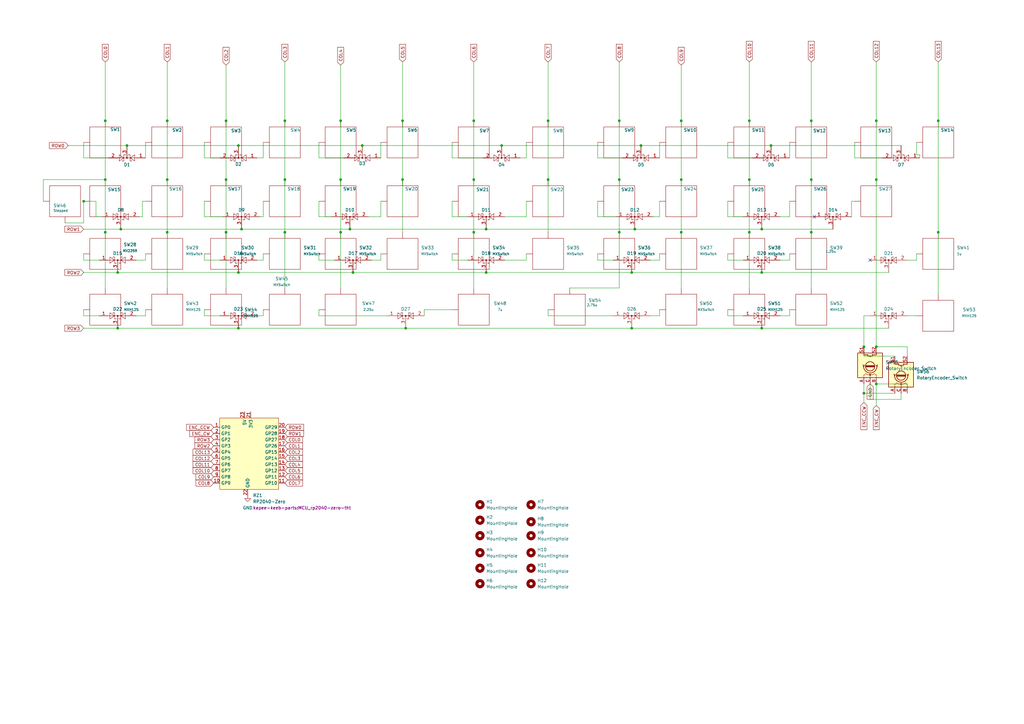
<source format=kicad_sch>
(kicad_sch (version 20250114) (generator "eeschema") (generator_version "9.0")
  (paper "A3")
  (lib_symbols
    (symbol "Device:RotaryEncoder_Switch" (pin_names (offset 0.254) (hide yes))
      (property "Reference" "SW" (at 0 6.604 0))
      (property "Value" "RotaryEncoder_Switch" (at 0 -6.604 0))
      (symbol "RotaryEncoder_Switch_0_1"
        (rectangle (start -5.08 5.08) (end 5.08 -5.08) (stroke (width 0.254)) (fill (type background)))
        (polyline (pts (xy -5.08 2.54) (xy -3.81 2.54) (xy -3.81 2.032)))
        (polyline (pts (xy -5.08 0) (xy -3.81 0) (xy -3.81 -1.016) (xy -3.302 -2.032)))
        (polyline (pts (xy -5.08 -2.54) (xy -3.81 -2.54) (xy -3.81 -2.032)))
        (polyline (pts (xy -4.318 0) (xy -3.81 0) (xy -3.81 1.016) (xy -3.302 2.032)))
        (circle (center -3.81 0) (radius 0.254) (fill (type outline)))
        (polyline (pts (xy -0.635 -1.778) (xy -0.635 1.778)) (stroke (width 0.254)))
        (circle (center -0.381 0) (radius 1.905) (stroke (width 0.254)))
        (polyline (pts (xy -0.381 -1.778) (xy -0.381 1.778)) (stroke (width 0.254)))
        (arc (start -0.381 -2.794) (mid -3.0988 -0.0635) (end -0.381 2.667) (stroke (width 0.254)))
        (polyline (pts (xy -0.127 1.778) (xy -0.127 -1.778)) (stroke (width 0.254)))
        (polyline (pts (xy 0.254 2.921) (xy -0.508 2.667) (xy 0.127 2.286)) (stroke (width 0.254)))
        (polyline (pts (xy 0.254 -3.048) (xy -0.508 -2.794) (xy 0.127 -2.413)) (stroke (width 0.254)))
        (polyline (pts (xy 3.81 1.016) (xy 3.81 -1.016)) (stroke (width 0.254)))
        (polyline (pts (xy 3.81 0) (xy 3.429 0)) (stroke (width 0.254)))
        (circle (center 4.318 1.016) (radius 0.127) (stroke (width 0.254)))
        (circle (center 4.318 -1.016) (radius 0.127) (stroke (width 0.254)))
        (polyline (pts (xy 5.08 2.54) (xy 4.318 2.54) (xy 4.318 1.016)) (stroke (width 0.254)))
        (polyline (pts (xy 5.08 -2.54) (xy 4.318 -2.54) (xy 4.318 -1.016)) (stroke (width 0.254)))
      )
      (symbol "RotaryEncoder_Switch_1_1"
        (pin passive line (at -7.62 2.54 0) (length 2.54) (name "A") (number "A"))
        (pin passive line (at -7.62 0 0) (length 2.54) (name "C") (number "C"))
        (pin passive line (at -7.62 -2.54 0) (length 2.54) (name "B") (number "B"))
        (pin passive line (at 7.62 2.54 180) (length 2.54) (name "S1") (number "S1"))
        (pin passive line (at 7.62 -2.54 180) (length 2.54) (name "S2") (number "S2"))
      )
    )
    (symbol "Diode:BAT54C" (pin_names (offset 1.016))
      (property "Reference" "D" (at 0.635 -3.81 0))
      (property "Value" "BAT54C" (at -6.35 3.175 0))
      (symbol "BAT54C_0_1"
        (polyline (pts (xy -3.175 -1.27) (xy -3.175 1.27) (xy -1.27 0) (xy -3.175 -1.27)))
        (polyline (pts (xy -1.905 1.27) (xy -1.905 1.016)))
        (polyline (pts (xy -1.905 0) (xy 1.905 0)))
        (polyline (pts (xy -1.27 1.27) (xy -1.905 1.27)))
        (polyline (pts (xy -1.27 1.27) (xy -1.27 -1.27)))
        (polyline (pts (xy -1.27 0) (xy -3.81 0)))
        (polyline (pts (xy -1.27 -1.27) (xy -0.635 -1.27)))
        (polyline (pts (xy -0.635 -1.27) (xy -0.635 -1.016)))
        (circle (center 0 0) (radius 0.254) (fill (type outline)))
        (polyline (pts (xy 0.635 -1.27) (xy 0.635 -1.016)))
        (polyline (pts (xy 1.27 1.27) (xy 1.27 -1.27)))
        (polyline (pts (xy 1.27 1.27) (xy 1.905 1.27)))
        (polyline (pts (xy 1.27 -1.27) (xy 0.635 -1.27)))
        (polyline (pts (xy 1.905 1.27) (xy 1.905 1.016)))
        (polyline (pts (xy 3.175 -1.27) (xy 3.175 1.27) (xy 1.27 0) (xy 3.175 -1.27)))
        (polyline (pts (xy 3.81 0) (xy 1.27 0)))
      )
      (symbol "BAT54C_1_1"
        (pin passive line (at -7.62 0 0) (length 3.81) (name "~") (number "1"))
        (pin passive line (at 0 -5.08 90) (length 5.08) (name "~") (number "3"))
        (pin passive line (at 7.62 0 180) (length 3.81) (name "~") (number "2"))
      )
    )
    (symbol "Mechanical:MountingHole" (pin_names (offset 1.016))
      (property "Reference" "H" (at 0 5.08 0))
      (property "Value" "MountingHole" (at 0 3.175 0))
      (symbol "MountingHole_0_1"
        (circle (center 0 0) (radius 1.27) (stroke (width 1.27)))
      )
    )
    (symbol "acheronSymbols:MXSwitch" (pin_names (offset 1.016))
      (property "Reference" "SW" (at 0 0 0))
      (property "Value" "MXSwitch" (at 0 -3.81 0))
      (symbol "MXSwitch_0_1"
        (rectangle (start -6.35 6.35) (end 6.35 -6.35))
        (polyline (pts (xy -6.35 0) (xy -8.89 0)))
        (polyline (pts (xy 0 6.35) (xy 0 8.89)))
      )
      (symbol "MXSwitch_1_1"
        (pin output line (at -8.89 0 0) (length 2.54) (hide yes) (name "Col") (number "1"))
        (pin input line (at 0 8.89 270) (length 2.54) (hide yes) (name "Row") (number "2"))
      )
    )
    (symbol "power:GND" (power) (pin_numbers (hide yes)) (pin_names (offset 0) (hide yes))
      (property "Value" "GND" (at 0 -3.81 0))
      (symbol "GND_0_1"
        (polyline (pts (xy 0 0) (xy 0 -1.27) (xy 1.27 -1.27) (xy 0 -2.54) (xy -1.27 -1.27) (xy 0 -1.27)))
      )
      (symbol "GND_1_1"
        (pin power_in line (at 0 0 270) (length 0) (name "~") (number "1"))
      )
    )
    (symbol "rp2040-zero:RP2040-Zero"
      (property "Reference" "RZ1" (at 2.1433 -17.78 0))
      (property "Value" "RP2040-Zero" (at 2.1433 -20.32 0))
      (property "Footprint" "kapee-keeb-parts:MCU_rp2040-zero-tht" (at 2.1433 -22.86 0))
      (symbol "RP2040-Zero_0_1"
        (rectangle (start -11.43 -15.24) (end 12.7 13.97) (fill (type background)))
      )
      (symbol "RP2040-Zero_1_1"
        (pin bidirectional line (at -13.97 10.16 0) (length 2.54) (name "GP0") (number "1"))
        (pin bidirectional line (at -13.97 7.62 0) (length 2.54) (name "GP1") (number "2"))
        (pin bidirectional line (at -13.97 5.08 0) (length 2.54) (name "GP2") (number "3"))
        (pin bidirectional line (at -13.97 2.54 0) (length 2.54) (name "GP3") (number "4"))
        (pin bidirectional line (at -13.97 0 0) (length 2.54) (name "GP4") (number "5"))
        (pin bidirectional line (at -13.97 -2.54 0) (length 2.54) (name "GP5") (number "6"))
        (pin bidirectional line (at -13.97 -5.08 0) (length 2.54) (name "GP6") (number "7"))
        (pin bidirectional line (at -13.97 -7.62 0) (length 2.54) (name "GP7") (number "8"))
        (pin bidirectional line (at -13.97 -10.16 0) (length 2.54) (name "GP8") (number "9"))
        (pin bidirectional line (at -13.97 -12.7 0) (length 2.54) (name "GP9") (number "10"))
        (pin power_in line (at -1.27 16.51 270) (length 2.54) (name "5V") (number "23"))
        (pin power_in line (at 0 -17.78 90) (length 2.54) (name "GND") (number "22"))
        (pin power_in line (at 1.27 16.51 270) (length 2.54) (name "3V3") (number "21"))
        (pin bidirectional line (at 15.24 10.16 180) (length 2.54) (name "GP29") (number "20"))
        (pin bidirectional line (at 15.24 7.62 180) (length 2.54) (name "GP28") (number "19"))
        (pin bidirectional line (at 15.24 5.08 180) (length 2.54) (name "GP27") (number "18"))
        (pin bidirectional line (at 15.24 2.54 180) (length 2.54) (name "GP26") (number "17"))
        (pin bidirectional line (at 15.24 0 180) (length 2.54) (name "GP15") (number "16"))
        (pin bidirectional line (at 15.24 -2.54 180) (length 2.54) (name "GP14") (number "15"))
        (pin bidirectional line (at 15.24 -5.08 180) (length 2.54) (name "GP13") (number "14"))
        (pin bidirectional line (at 15.24 -7.62 180) (length 2.54) (name "GP12") (number "13"))
        (pin bidirectional line (at 15.24 -10.16 180) (length 2.54) (name "GP11") (number "12"))
        (pin bidirectional line (at 15.24 -12.7 180) (length 2.54) (name "GP10") (number "11"))
      )
    )
  )
  (junction (at 92.71 95.25))
  (junction (at 43.18 73.66))
  (junction (at 165.1 49.53))
  (junction (at 194.31 49.53))
  (junction (at 307.34 95.25))
  (junction (at 165.1 73.66))
  (junction (at 144.78 111.76))
  (junction (at 384.81 95.25))
  (junction (at 254 73.66))
  (junction (at 307.34 73.66))
  (junction (at 48.26 111.76))
  (junction (at 116.84 73.66))
  (junction (at 260.35 93.98))
  (junction (at 199.39 111.76))
  (junction (at 92.71 49.53))
  (junction (at 97.79 59.69))
  (junction (at 92.71 73.66))
  (junction (at 139.7 73.66))
  (junction (at 254 49.53))
  (junction (at 354.33 142.24))
  (junction (at 68.58 95.25))
  (junction (at 34.29 82.55))
  (junction (at 43.18 95.25))
  (junction (at 205.74 59.69))
  (junction (at 279.4 73.66))
  (junction (at 48.26 134.62))
  (junction (at 166.37 134.62))
  (junction (at 116.84 95.25))
  (junction (at 312.42 111.76))
  (junction (at 52.07 59.69))
  (junction (at 224.79 73.66))
  (junction (at 359.41 73.66))
  (junction (at 359.41 157.48))
  (junction (at 316.23 59.69))
  (junction (at 279.4 49.53))
  (junction (at 332.74 73.66))
  (junction (at 279.4 95.25))
  (junction (at 97.79 134.62))
  (junction (at 312.42 93.98))
  (junction (at 194.31 73.66))
  (junction (at 49.53 93.98))
  (junction (at 307.34 49.53))
  (junction (at 259.08 111.76))
  (junction (at 262.89 59.69))
  (junction (at 148.59 59.69))
  (junction (at 68.58 49.53))
  (junction (at 97.79 111.76))
  (junction (at 139.7 49.53))
  (junction (at 332.74 49.53))
  (junction (at 194.31 95.25))
  (junction (at 143.51 93.98))
  (junction (at 99.06 93.98))
  (junction (at 116.84 49.53))
  (junction (at 359.41 49.53))
  (junction (at 259.08 134.62))
  (junction (at 312.42 134.62))
  (junction (at 68.58 73.66))
  (junction (at 139.7 95.25))
  (junction (at 199.39 93.98))
  (junction (at 384.81 49.53))
  (junction (at 359.41 142.24))
  (junction (at 224.79 49.53))
  (junction (at 43.18 49.53))
  (junction (at 332.74 95.25))
  (junction (at 354.33 161.29))
  (junction (at 254 95.25))
  (no_connect (at 334.01 88.9))
  (no_connect (at 356.87 106.68))
  (wire (pts (xy 68.58 73.66) (xy 68.58 95.25)))
  (wire (pts (xy 307.34 25.4) (xy 307.34 49.53)))
  (wire (pts (xy 185.42 88.9) (xy 191.77 88.9)))
  (wire (pts (xy 156.21 88.9) (xy 151.13 88.9)))
  (wire (pts (xy 323.85 88.9) (xy 323.85 82.55)))
  (wire (pts (xy 298.45 129.54) (xy 304.8 129.54)))
  (wire (pts (xy 185.42 64.77) (xy 185.42 58.42)))
  (wire (pts (xy 59.69 129.54) (xy 55.88 129.54)))
  (wire (pts (xy 116.84 73.66) (xy 116.84 95.25)))
  (wire (pts (xy 83.82 127) (xy 83.82 129.54)))
  (wire (pts (xy 270.51 104.14) (xy 270.51 106.68)))
  (wire (pts (xy 92.71 95.25) (xy 92.71 118.11)))
  (wire (pts (xy 375.92 104.14) (xy 375.92 106.68)))
  (wire (pts (xy 83.82 88.9) (xy 91.44 88.9)))
  (wire (pts (xy 259.08 111.76) (xy 312.42 111.76)))
  (wire (pts (xy 34.29 91.44) (xy 34.29 82.55)))
  (wire (pts (xy 34.29 127) (xy 34.29 129.54)))
  (wire (pts (xy 245.11 106.68) (xy 251.46 106.68)))
  (wire (pts (xy 165.1 49.53) (xy 165.1 73.66)))
  (wire (pts (xy 254 49.53) (xy 254 73.66)))
  (wire (pts (xy 279.4 26.67) (xy 279.4 49.53)))
  (wire (pts (xy 332.74 25.4) (xy 332.74 49.53)))
  (wire (pts (xy 270.51 58.42) (xy 270.51 64.77)))
  (wire (pts (xy 350.52 64.77) (xy 361.95 64.77)))
  (wire (pts (xy 156.21 104.14) (xy 156.21 106.68)))
  (wire (pts (xy 375.92 106.68) (xy 372.11 106.68)))
  (wire (pts (xy 372.11 157.48) (xy 372.11 161.29)))
  (wire (pts (xy 144.78 111.76) (xy 199.39 111.76)))
  (wire (pts (xy 323.85 88.9) (xy 320.04 88.9)))
  (wire (pts (xy 312.42 134.62) (xy 364.49 134.62)))
  (wire (pts (xy 349.25 82.55) (xy 350.52 82.55)))
  (wire (pts (xy 245.11 88.9) (xy 245.11 82.55)))
  (wire (pts (xy 332.74 49.53) (xy 332.74 73.66)))
  (wire (pts (xy 107.95 129.54) (xy 105.41 129.54)))
  (wire (pts (xy 375.92 63.5) (xy 375.92 58.42)))
  (wire (pts (xy 356.87 163.83) (xy 369.57 163.83)))
  (wire (pts (xy 205.74 59.69) (xy 262.89 59.69)))
  (wire (pts (xy 39.37 88.9) (xy 41.91 88.9)))
  (wire (pts (xy 148.59 59.69) (xy 205.74 59.69)))
  (wire (pts (xy 68.58 25.4) (xy 68.58 49.53)))
  (wire (pts (xy 199.39 93.98) (xy 260.35 93.98)))
  (wire (pts (xy 17.78 73.66) (xy 43.18 73.66)))
  (wire (pts (xy 34.29 111.76) (xy 48.26 111.76)))
  (wire (pts (xy 92.71 49.53) (xy 92.71 73.66)))
  (wire (pts (xy 316.23 59.69) (xy 369.57 59.69)))
  (wire (pts (xy 298.45 104.14) (xy 298.45 106.68)))
  (wire (pts (xy 92.71 26.67) (xy 92.71 49.53)))
  (wire (pts (xy 130.81 88.9) (xy 130.81 82.55)))
  (wire (pts (xy 83.82 88.9) (xy 83.82 82.55)))
  (wire (pts (xy 130.81 64.77) (xy 140.97 64.77)))
  (wire (pts (xy 312.42 111.76) (xy 364.49 111.76)))
  (wire (pts (xy 173.99 127) (xy 185.42 127)))
  (wire (pts (xy 97.79 134.62) (xy 166.37 134.62)))
  (wire (pts (xy 354.33 157.48) (xy 354.33 161.29)))
  (wire (pts (xy 270.51 88.9) (xy 270.51 82.55)))
  (wire (pts (xy 143.51 93.98) (xy 199.39 93.98)))
  (wire (pts (xy 254 73.66) (xy 254 95.25)))
  (wire (pts (xy 224.79 129.54) (xy 224.79 127)))
  (wire (pts (xy 194.31 73.66) (xy 194.31 95.25)))
  (wire (pts (xy 323.85 106.68) (xy 320.04 106.68)))
  (wire (pts (xy 59.69 104.14) (xy 59.69 106.68)))
  (wire (pts (xy 350.52 64.77) (xy 350.52 58.42)))
  (wire (pts (xy 97.79 111.76) (xy 144.78 111.76)))
  (wire (pts (xy 298.45 106.68) (xy 304.8 106.68)))
  (wire (pts (xy 44.45 64.77) (xy 34.29 64.77)))
  (wire (pts (xy 298.45 64.77) (xy 298.45 58.42)))
  (wire (pts (xy 354.33 161.29) (xy 367.03 161.29)))
  (wire (pts (xy 224.79 129.54) (xy 251.46 129.54)))
  (wire (pts (xy 116.84 95.25) (xy 116.84 118.11)))
  (wire (pts (xy 68.58 95.25) (xy 68.58 118.11)))
  (wire (pts (xy 279.4 73.66) (xy 279.4 95.25)))
  (wire (pts (xy 107.95 88.9) (xy 106.68 88.9)))
  (wire (pts (xy 298.45 64.77) (xy 308.61 64.77)))
  (wire (pts (xy 384.81 49.53) (xy 384.81 95.25)))
  (wire (pts (xy 39.37 88.9) (xy 39.37 82.55)))
  (wire (pts (xy 130.81 64.77) (xy 130.81 58.42)))
  (wire (pts (xy 307.34 73.66) (xy 307.34 95.25)))
  (wire (pts (xy 34.29 104.14) (xy 34.29 106.68)))
  (wire (pts (xy 279.4 95.25) (xy 279.4 118.11)))
  (wire (pts (xy 369.57 163.83) (xy 369.57 161.29)))
  (wire (pts (xy 43.18 73.66) (xy 43.18 95.25)))
  (wire (pts (xy 359.41 157.48) (xy 372.11 157.48)))
  (wire (pts (xy 116.84 49.53) (xy 116.84 73.66)))
  (wire (pts (xy 130.81 106.68) (xy 137.16 106.68)))
  (wire (pts (xy 359.41 25.4) (xy 359.41 49.53)))
  (wire (pts (xy 245.11 64.77) (xy 245.11 58.42)))
  (wire (pts (xy 139.7 95.25) (xy 139.7 118.11)))
  (wire (pts (xy 52.07 59.69) (xy 97.79 59.69)))
  (wire (pts (xy 165.1 25.4) (xy 165.1 49.53)))
  (wire (pts (xy 34.29 129.54) (xy 40.64 129.54)))
  (wire (pts (xy 139.7 73.66) (xy 139.7 95.25)))
  (wire (pts (xy 224.79 25.4) (xy 224.79 49.53)))
  (wire (pts (xy 215.9 104.14) (xy 215.9 106.68)))
  (wire (pts (xy 165.1 73.66) (xy 165.1 95.25)))
  (wire (pts (xy 354.33 129.54) (xy 356.87 129.54)))
  (wire (pts (xy 34.29 93.98) (xy 49.53 93.98)))
  (wire (pts (xy 349.25 88.9) (xy 349.25 82.55)))
  (wire (pts (xy 166.37 134.62) (xy 259.08 134.62)))
  (wire (pts (xy 199.39 111.76) (xy 259.08 111.76)))
  (wire (pts (xy 83.82 129.54) (xy 90.17 129.54)))
  (wire (pts (xy 307.34 95.25) (xy 307.34 118.11)))
  (wire (pts (xy 59.69 58.42) (xy 59.69 64.77)))
  (wire (pts (xy 384.81 95.25) (xy 384.81 120.65)))
  (wire (pts (xy 279.4 49.53) (xy 279.4 73.66)))
  (wire (pts (xy 58.42 82.55) (xy 59.69 82.55)))
  (wire (pts (xy 139.7 49.53) (xy 139.7 73.66)))
  (wire (pts (xy 130.81 104.14) (xy 130.81 106.68)))
  (wire (pts (xy 359.41 142.24) (xy 372.11 142.24)))
  (wire (pts (xy 245.11 104.14) (xy 245.11 106.68)))
  (wire (pts (xy 215.9 64.77) (xy 215.9 58.42)))
  (wire (pts (xy 58.42 88.9) (xy 58.42 82.55)))
  (wire (pts (xy 83.82 64.77) (xy 83.82 58.42)))
  (wire (pts (xy 332.74 73.66) (xy 332.74 95.25)))
  (wire (pts (xy 359.41 49.53) (xy 359.41 73.66)))
  (wire (pts (xy 185.42 88.9) (xy 185.42 82.55)))
  (wire (pts (xy 83.82 104.14) (xy 83.82 106.68)))
  (wire (pts (xy 59.69 127) (xy 59.69 129.54)))
  (wire (pts (xy 323.85 64.77) (xy 323.85 58.42)))
  (wire (pts (xy 245.11 88.9) (xy 252.73 88.9)))
  (wire (pts (xy 48.26 111.76) (xy 97.79 111.76)))
  (wire (pts (xy 270.51 88.9) (xy 267.97 88.9)))
  (wire (pts (xy 34.29 106.68) (xy 40.64 106.68)))
  (wire (pts (xy 259.08 134.62) (xy 312.42 134.62)))
  (wire (pts (xy 59.69 106.68) (xy 55.88 106.68)))
  (wire (pts (xy 107.95 64.77) (xy 107.95 58.42)))
  (wire (pts (xy 375.92 129.54) (xy 372.11 129.54)))
  (wire (pts (xy 307.34 49.53) (xy 307.34 73.66)))
  (wire (pts (xy 43.18 49.53) (xy 43.18 73.66)))
  (wire (pts (xy 254 95.25) (xy 254 118.11)))
  (wire (pts (xy 156.21 64.77) (xy 156.21 58.42)))
  (wire (pts (xy 298.45 127) (xy 298.45 129.54)))
  (wire (pts (xy 90.17 64.77) (xy 83.82 64.77)))
  (wire (pts (xy 354.33 146.05) (xy 367.03 146.05)))
  (wire (pts (xy 27.94 59.69) (xy 52.07 59.69)))
  (wire (pts (xy 173.99 127) (xy 173.99 129.54)))
  (wire (pts (xy 156.21 106.68) (xy 152.4 106.68)))
  (wire (pts (xy 298.45 88.9) (xy 298.45 82.55)))
  (wire (pts (xy 83.82 106.68) (xy 90.17 106.68)))
  (wire (pts (xy 130.81 127) (xy 130.81 129.54)))
  (wire (pts (xy 270.51 106.68) (xy 266.7 106.68)))
  (wire (pts (xy 323.85 104.14) (xy 323.85 106.68)))
  (wire (pts (xy 185.42 104.14) (xy 185.42 106.68)))
  (wire (pts (xy 26.67 91.44) (xy 34.29 91.44)))
  (wire (pts (xy 359.41 166.37) (xy 359.41 157.48)))
  (wire (pts (xy 233.68 118.11) (xy 254 118.11)))
  (wire (pts (xy 49.53 93.98) (xy 99.06 93.98)))
  (wire (pts (xy 356.87 157.48) (xy 356.87 163.83)))
  (wire (pts (xy 194.31 49.53) (xy 194.31 73.66)))
  (wire (pts (xy 298.45 88.9) (xy 304.8 88.9)))
  (wire (pts (xy 224.79 73.66) (xy 224.79 95.25)))
  (wire (pts (xy 17.78 82.55) (xy 17.78 73.66)))
  (wire (pts (xy 215.9 106.68) (xy 207.01 106.68)))
  (wire (pts (xy 384.81 25.4) (xy 384.81 49.53)))
  (wire (pts (xy 107.95 88.9) (xy 107.95 82.55)))
  (wire (pts (xy 260.35 93.98) (xy 312.42 93.98)))
  (wire (pts (xy 354.33 161.29) (xy 354.33 165.1)))
  (wire (pts (xy 372.11 142.24) (xy 372.11 146.05)))
  (wire (pts (xy 43.18 95.25) (xy 43.18 118.11)))
  (wire (pts (xy 194.31 95.25) (xy 194.31 118.11)))
  (wire (pts (xy 116.84 25.4) (xy 116.84 49.53)))
  (wire (pts (xy 57.15 88.9) (xy 58.42 88.9)))
  (wire (pts (xy 185.42 106.68) (xy 191.77 106.68)))
  (wire (pts (xy 107.95 127) (xy 107.95 129.54)))
  (wire (pts (xy 262.89 59.69) (xy 316.23 59.69)))
  (wire (pts (xy 130.81 129.54) (xy 158.75 129.54)))
  (wire (pts (xy 107.95 104.14) (xy 107.95 106.68)))
  (wire (pts (xy 354.33 142.24) (xy 354.33 146.05)))
  (wire (pts (xy 34.29 134.62) (xy 48.26 134.62)))
  (wire (pts (xy 245.11 64.77) (xy 255.27 64.77)))
  (wire (pts (xy 323.85 127) (xy 323.85 129.54)))
  (wire (pts (xy 68.58 49.53) (xy 68.58 73.66)))
  (wire (pts (xy 323.85 129.54) (xy 320.04 129.54)))
  (wire (pts (xy 107.95 106.68) (xy 105.41 106.68)))
  (wire (pts (xy 43.18 25.4) (xy 43.18 49.53)))
  (wire (pts (xy 270.51 129.54) (xy 266.7 129.54)))
  (wire (pts (xy 97.79 59.69) (xy 148.59 59.69)))
  (wire (pts (xy 139.7 26.67) (xy 139.7 49.53)))
  (wire (pts (xy 130.81 88.9) (xy 135.89 88.9)))
  (wire (pts (xy 105.41 64.77) (xy 107.95 64.77)))
  (wire (pts (xy 377.19 64.77) (xy 377.19 63.5)))
  (wire (pts (xy 359.41 73.66) (xy 359.41 142.24)))
  (wire (pts (xy 48.26 134.62) (xy 97.79 134.62)))
  (wire (pts (xy 377.19 63.5) (xy 375.92 63.5)))
  (wire (pts (xy 156.21 88.9) (xy 156.21 82.55)))
  (wire (pts (xy 34.29 64.77) (xy 34.29 58.42)))
  (wire (pts (xy 270.51 127) (xy 270.51 129.54)))
  (wire (pts (xy 332.74 95.25) (xy 332.74 118.11)))
  (wire (pts (xy 215.9 88.9) (xy 215.9 82.55)))
  (wire (pts (xy 312.42 93.98) (xy 341.63 93.98)))
  (wire (pts (xy 39.37 82.55) (xy 34.29 82.55)))
  (wire (pts (xy 354.33 142.24) (xy 354.33 129.54)))
  (wire (pts (xy 99.06 93.98) (xy 143.51 93.98)))
  (wire (pts (xy 224.79 49.53) (xy 224.79 73.66)))
  (wire (pts (xy 213.36 64.77) (xy 215.9 64.77)))
  (wire (pts (xy 215.9 88.9) (xy 207.01 88.9)))
  (wire (pts (xy 185.42 64.77) (xy 198.12 64.77)))
  (wire (pts (xy 254 25.4) (xy 254 49.53)))
  (wire (pts (xy 194.31 25.4) (xy 194.31 49.53)))
  (wire (pts (xy 92.71 73.66) (xy 92.71 95.25)))
  (global_label "COL2" (shape input) (at 92.71 26.67 90) (property "Intersheetrefs" "${INTERSHEET_REFS}" (effects (hide yes))))
  (global_label "COL0" (shape input) (at 43.18 25.4 90) (property "Intersheetrefs" "${INTERSHEET_REFS}" (effects (hide yes))))
  (global_label "COL13" (shape input) (at 87.63 185.42 180) (property "Intersheetrefs" "${INTERSHEET_REFS}" (effects (hide yes))))
  (global_label "COL9" (shape input) (at 87.63 195.58 180) (property "Intersheetrefs" "${INTERSHEET_REFS}" (effects (hide yes))))
  (global_label "COL8" (shape input) (at 254 25.4 90) (property "Intersheetrefs" "${INTERSHEET_REFS}" (effects (hide yes))))
  (global_label "COL3" (shape input) (at 116.84 187.96 0) (property "Intersheetrefs" "${INTERSHEET_REFS}" (effects (hide yes))))
  (global_label "COL12" (shape input) (at 87.63 187.96 180) (property "Intersheetrefs" "${INTERSHEET_REFS}" (effects (hide yes))))
  (global_label "ENC_CW" (shape input) (at 87.63 177.8 180) (property "Intersheetrefs" "${INTERSHEET_REFS}" (effects (hide yes))))
  (global_label "COL2" (shape input) (at 116.84 185.42 0) (property "Intersheetrefs" "${INTERSHEET_REFS}" (effects (hide yes))))
  (global_label "COL8" (shape input) (at 87.63 198.12 180) (property "Intersheetrefs" "${INTERSHEET_REFS}" (effects (hide yes))))
  (global_label "COL10" (shape input) (at 87.63 193.04 180) (property "Intersheetrefs" "${INTERSHEET_REFS}" (effects (hide yes))))
  (global_label "COL1" (shape input) (at 68.58 25.4 90) (property "Intersheetrefs" "${INTERSHEET_REFS}" (effects (hide yes))))
  (global_label "ROW2" (shape input) (at 34.29 111.76 180) (property "Intersheetrefs" "${INTERSHEET_REFS}" (effects (hide yes))))
  (global_label "COL12" (shape input) (at 359.41 25.4 90) (property "Intersheetrefs" "${INTERSHEET_REFS}" (effects (hide yes))))
  (global_label "ROW0" (shape input) (at 116.84 175.26 0) (property "Intersheetrefs" "${INTERSHEET_REFS}" (effects (hide yes))))
  (global_label "COL11" (shape input) (at 332.74 25.4 90) (property "Intersheetrefs" "${INTERSHEET_REFS}" (effects (hide yes))))
  (global_label "COL5" (shape input) (at 116.84 193.04 0) (property "Intersheetrefs" "${INTERSHEET_REFS}" (effects (hide yes))))
  (global_label "COL6" (shape input) (at 194.31 25.4 90) (property "Intersheetrefs" "${INTERSHEET_REFS}" (effects (hide yes))))
  (global_label "COL3" (shape input) (at 116.84 25.4 90) (property "Intersheetrefs" "${INTERSHEET_REFS}" (effects (hide yes))))
  (global_label "ROW0" (shape input) (at 27.94 59.69 180) (property "Intersheetrefs" "${INTERSHEET_REFS}" (effects (hide yes))))
  (global_label "ENC_CW" (shape input) (at 359.41 166.37 270) (property "Intersheetrefs" "${INTERSHEET_REFS}" (effects (hide yes))))
  (global_label "COL10" (shape input) (at 307.34 25.4 90) (property "Intersheetrefs" "${INTERSHEET_REFS}" (effects (hide yes))))
  (global_label "COL1" (shape input) (at 116.84 182.88 0) (property "Intersheetrefs" "${INTERSHEET_REFS}" (effects (hide yes))))
  (global_label "ROW1" (shape input) (at 116.84 177.8 0) (property "Intersheetrefs" "${INTERSHEET_REFS}" (effects (hide yes))))
  (global_label "COL0" (shape input) (at 116.84 180.34 0) (property "Intersheetrefs" "${INTERSHEET_REFS}" (effects (hide yes))))
  (global_label "COL11" (shape input) (at 87.63 190.5 180) (property "Intersheetrefs" "${INTERSHEET_REFS}" (effects (hide yes))))
  (global_label "ENC_CCW" (shape input) (at 87.63 175.26 180) (property "Intersheetrefs" "${INTERSHEET_REFS}" (effects (hide yes))))
  (global_label "COL5" (shape input) (at 165.1 25.4 90) (property "Intersheetrefs" "${INTERSHEET_REFS}" (effects (hide yes))))
  (global_label "ROW1" (shape input) (at 34.29 93.98 180) (property "Intersheetrefs" "${INTERSHEET_REFS}" (effects (hide yes))))
  (global_label "COL7" (shape input) (at 116.84 198.12 0) (property "Intersheetrefs" "${INTERSHEET_REFS}" (effects (hide yes))))
  (global_label "ENC_CCW" (shape input) (at 354.33 165.1 270) (property "Intersheetrefs" "${INTERSHEET_REFS}" (effects (hide yes))))
  (global_label "COL7" (shape input) (at 224.79 25.4 90) (property "Intersheetrefs" "${INTERSHEET_REFS}" (effects (hide yes))))
  (global_label "COL9" (shape input) (at 279.4 26.67 90) (property "Intersheetrefs" "${INTERSHEET_REFS}" (effects (hide yes))))
  (global_label "COL4" (shape input) (at 139.7 26.67 90) (property "Intersheetrefs" "${INTERSHEET_REFS}" (effects (hide yes))))
  (global_label "ROW3" (shape input) (at 87.63 180.34 180) (property "Intersheetrefs" "${INTERSHEET_REFS}" (effects (hide yes))))
  (global_label "COL6" (shape input) (at 116.84 195.58 0) (property "Intersheetrefs" "${INTERSHEET_REFS}" (effects (hide yes))))
  (global_label "ROW2" (shape input) (at 87.63 182.88 180) (property "Intersheetrefs" "${INTERSHEET_REFS}" (effects (hide yes))))
  (global_label "GND" (shape input) (at 356.87 157.48 270) (property "Intersheetrefs" "${INTERSHEET_REFS}" (effects (hide yes))))
  (global_label "ROW3" (shape input) (at 34.29 134.62 180) (property "Intersheetrefs" "${INTERSHEET_REFS}" (effects (hide yes))))
  (global_label "COL4" (shape input) (at 116.84 190.5 0) (property "Intersheetrefs" "${INTERSHEET_REFS}" (effects (hide yes))))
  (global_label "COL13" (shape input) (at 384.81 25.4 90) (property "Intersheetrefs" "${INTERSHEET_REFS}" (effects (hide yes))))
  (symbol (lib_id "Diode:BAT54C") (at 97.79 106.68 0) (unit 1)
    (property "Reference" "D16" (at 97.79 103.886 0))
    (property "Value" "BAT54C" (effects (hide yes)))
    (property "Footprint" "Package_TO_SOT_SMD:SOT-23" (effects (hide yes)))
    (property "Datasheet" "http://www.diodes.com/_files/datasheets/ds11005.pdf" (effects (hide yes)))
    (property "Description" "dual schottky barrier diode, common cathode" (effects (hide yes)))
  )
  (symbol (lib_id "acheronSymbols:MXSwitch") (at 165.1 58.42 0) (unit 1)
    (property "Reference" "SW6" (at 167.132 53.34 0) (effects (justify left)))
    (property "Value" "MXSwitch" (effects (hide yes)))
    (property "Footprint" "acheron_MXH.pretty-master:MX100H" (effects (hide yes)))
  )
  (symbol (lib_id "Diode:BAT54C") (at 316.23 64.77 180) (unit 1)
    (property "Reference" "D6" (at 316.23 67.564 0))
    (property "Value" "BAT54C" (effects (hide yes)))
    (property "Footprint" "Package_TO_SOT_SMD:SOT-23" (effects (hide yes)))
    (property "Datasheet" "http://www.diodes.com/_files/datasheets/ds11005.pdf" (effects (hide yes)))
    (property "Description" "dual schottky barrier diode, common cathode" (effects (hide yes)))
  )
  (symbol (lib_id "acheronSymbols:MXSwitch") (at 92.71 127 0) (unit 1)
    (property "Reference" "SW44" (at 102.87 127 0))
    (property "Value" "MXH125" (at 102.87 129.54 0) (effects (font (size 0.9906 0.9906))))
    (property "Footprint" "acheron_MXH.pretty-master:MX125H" (effects (hide yes)))
  )
  (symbol (lib_id "acheronSymbols:MXSwitch") (at 116.84 104.14 0) (unit 1)
    (property "Reference" "SW31" (at 124.46 101.6 0) (effects (justify left)))
    (property "Value" "MXSwitch" (at 124.46 104.14 0) (effects (font (size 0.9906 0.9906)) (justify left)))
    (property "Footprint" "acheron_MXH.pretty-master:MX100H" (effects (hide yes)))
  )
  (symbol (lib_id "Diode:BAT54C") (at 312.42 88.9 0) (unit 1)
    (property "Reference" "D13" (at 312.42 86.106 0))
    (property "Value" "BAT54C" (effects (hide yes)))
    (property "Footprint" "Package_TO_SOT_SMD:SOT-23" (effects (hide yes)))
    (property "Datasheet" "http://www.diodes.com/_files/datasheets/ds11005.pdf" (effects (hide yes)))
    (property "Description" "dual schottky barrier diode, common cathode" (effects (hide yes)))
  )
  (symbol (lib_id "Device:RotaryEncoder_Switch") (at 369.57 153.67 90) (unit 1)
    (property "Reference" "SW56" (at 375.92 152.4 90) (effects (justify right)))
    (property "Value" "RotaryEncoder_Switch" (at 375.92 154.94 90) (effects (justify right)))
    (property "Footprint" "kapee-keeb-parts:EVQWGD001" (effects (hide yes)))
    (property "Description" "Rotary encoder, dual channel, incremental quadrate outputs, with switch" (effects (hide yes)))
  )
  (symbol (lib_id "Device:RotaryEncoder_Switch") (at 356.87 149.86 90) (unit 1)
    (property "Reference" "SW55" (at 363.22 148.59 90) (effects (justify right)))
    (property "Value" "RotaryEncoder_Switch" (at 363.22 151.13 90) (effects (justify right)))
    (property "Footprint" "kapee-keeb-parts:RotaryEncoder_Alps_EC11E-Switch_Vertical_H20mm" (effects (hide yes)))
    (property "Description" "Rotary encoder, dual channel, incremental quadrate outputs, with switch" (effects (hide yes)))
  )
  (symbol (lib_id "Diode:BAT54C") (at 97.79 129.54 0) (unit 1)
    (property "Reference" "D23" (at 97.79 126.746 0))
    (property "Value" "BAT54C" (effects (hide yes)))
    (property "Footprint" "Package_TO_SOT_SMD:SOT-23" (effects (hide yes)))
    (property "Datasheet" "http://www.diodes.com/_files/datasheets/ds11005.pdf" (effects (hide yes)))
    (property "Description" "dual schottky barrier diode, common cathode" (effects (hide yes)))
  )
  (symbol (lib_id "Diode:BAT54C") (at 143.51 88.9 0) (unit 1)
    (property "Reference" "D10" (at 143.51 86.106 0))
    (property "Value" "BAT54C" (effects (hide yes)))
    (property "Footprint" "Package_TO_SOT_SMD:SOT-23" (effects (hide yes)))
    (property "Datasheet" "http://www.diodes.com/_files/datasheets/ds11005.pdf" (effects (hide yes)))
    (property "Description" "dual schottky barrier diode, common cathode" (effects (hide yes)))
  )
  (symbol (lib_id "acheronSymbols:MXSwitch") (at 165.1 104.14 0) (unit 1)
    (property "Reference" "SW33" (at 172.72 101.6 0) (effects (justify left)))
    (property "Value" "MXSwitch" (at 172.72 104.14 0) (effects (font (size 0.9906 0.9906)) (justify left)))
    (property "Footprint" "acheron_MXH.pretty-master:MX100H" (effects (hide yes)))
  )
  (symbol (lib_id "acheronSymbols:MXSwitch") (at 194.31 82.55 0) (unit 1)
    (property "Reference" "SW21" (at 195.326 77.724 0) (effects (justify left)))
    (property "Value" "MXSwitch" (effects (hide yes)))
    (property "Footprint" "acheron_MXH.pretty-master:MX100H" (effects (hide yes)))
  )
  (symbol (lib_id "Diode:BAT54C") (at 49.53 88.9 0) (unit 1)
    (property "Reference" "D8" (at 49.53 86.106 0))
    (property "Value" "BAT54C" (effects (hide yes)))
    (property "Footprint" "Package_TO_SOT_SMD:SOT-23" (effects (hide yes)))
    (property "Datasheet" "http://www.diodes.com/_files/datasheets/ds11005.pdf" (effects (hide yes)))
    (property "Description" "dual schottky barrier diode, common cathode" (effects (hide yes)))
  )
  (symbol (lib_id "acheronSymbols:MXSwitch") (at 332.74 82.55 0) (unit 1)
    (property "Reference" "SW26" (at 333.756 77.47 0) (effects (justify left)))
    (property "Value" "MXSwitch" (effects (hide yes)))
    (property "Footprint" "acheron_MXH.pretty-master:MX100H" (effects (hide yes)))
  )
  (symbol (lib_id "acheronSymbols:MXSwitch") (at 279.4 104.14 0) (unit 1)
    (property "Reference" "SW37" (at 287.02 101.6 0) (effects (justify left)))
    (property "Value" "MXSwitch" (at 287.02 104.14 0) (effects (font (size 0.9906 0.9906)) (justify left)))
    (property "Footprint" "acheron_MXH.pretty-master:MX100H" (effects (hide yes)))
  )
  (symbol (lib_id "acheronSymbols:MXSwitch") (at 116.84 82.55 0) (unit 1)
    (property "Reference" "SW18" (at 117.856 77.47 0) (effects (justify left)))
    (property "Value" "MXSwitch" (effects (hide yes)))
    (property "Footprint" "acheron_MXH.pretty-master:MX100H" (effects (hide yes)))
  )
  (symbol (lib_id "acheronSymbols:MXSwitch") (at 194.31 58.42 0) (unit 1)
    (property "Reference" "SW7" (at 196.596 53.594 0) (effects (justify left)))
    (property "Value" "MXSwitch" (effects (hide yes)))
    (property "Footprint" "acheron_MXH.pretty-master:MX100H" (effects (hide yes)))
  )
  (symbol (lib_id "Mechanical:MountingHole") (at 217.805 213.995 0) (unit 1)
    (property "Reference" "H8" (at 220.345 212.725 0) (effects (justify left)))
    (property "Value" "MountingHole" (at 220.345 215.265 0) (effects (justify left)))
    (property "Footprint" "kapee-keeb-parts:MountingHole_2.2mm_M2_DIN965_Pad" (effects (hide yes)))
  )
  (symbol (lib_id "acheronSymbols:MXSwitch") (at 359.41 82.55 0) (unit 1)
    (property "Reference" "SW27" (at 360.426 77.47 0) (effects (justify left)))
    (property "Value" "MX175H" (effects (hide yes)))
    (property "Footprint" "acheron_MXH.pretty-master:MX175H" (effects (hide yes)))
  )
  (symbol (lib_id "Diode:BAT54C") (at 259.08 106.68 0) (unit 1)
    (property "Reference" "D19" (at 259.08 103.886 0))
    (property "Value" "BAT54C" (effects (hide yes)))
    (property "Footprint" "Package_TO_SOT_SMD:SOT-23" (effects (hide yes)))
    (property "Datasheet" "http://www.diodes.com/_files/datasheets/ds11005.pdf" (effects (hide yes)))
    (property "Description" "dual schottky barrier diode, common cathode" (effects (hide yes)))
  )
  (symbol (lib_id "acheronSymbols:MXSwitch") (at 68.58 127 0) (unit 1)
    (property "Reference" "SW43" (at 76.2 124.46 0) (effects (justify left)))
    (property "Value" "MXH125" (at 76.2 127 0) (effects (font (size 0.9906 0.9906)) (justify left)))
    (property "Footprint" "acheron_MXH.pretty-master:MX125H" (effects (hide yes)))
  )
  (symbol (lib_id "Diode:BAT54C") (at 199.39 106.68 0) (unit 1)
    (property "Reference" "D18" (at 199.39 103.886 0))
    (property "Value" "BAT54C" (effects (hide yes)))
    (property "Footprint" "Package_TO_SOT_SMD:SOT-23" (effects (hide yes)))
    (property "Datasheet" "http://www.diodes.com/_files/datasheets/ds11005.pdf" (effects (hide yes)))
    (property "Description" "dual schottky barrier diode, common cathode" (effects (hide yes)))
  )
  (symbol (lib_id "Mechanical:MountingHole") (at 217.805 219.71 0) (unit 1)
    (property "Reference" "H9" (at 220.345 218.44 0) (effects (justify left)))
    (property "Value" "MountingHole" (at 220.345 220.98 0) (effects (justify left)))
    (property "Footprint" "kapee-keeb-parts:MountingHole_2.2mm_M2_DIN965_Pad" (effects (hide yes)))
  )
  (symbol (lib_id "Diode:BAT54C") (at 364.49 129.54 0) (unit 1)
    (property "Reference" "D24" (at 364.49 126.746 0))
    (property "Value" "BAT54C" (effects (hide yes)))
    (property "Footprint" "Package_TO_SOT_SMD:SOT-23" (effects (hide yes)))
    (property "Datasheet" "http://www.diodes.com/_files/datasheets/ds11005.pdf" (effects (hide yes)))
    (property "Description" "dual schottky barrier diode, common cathode" (effects (hide yes)))
  )
  (symbol (lib_id "Diode:BAT54C") (at 48.26 106.68 0) (unit 1)
    (property "Reference" "D15" (at 48.26 103.886 0))
    (property "Value" "BAT54C" (effects (hide yes)))
    (property "Footprint" "Package_TO_SOT_SMD:SOT-23" (effects (hide yes)))
    (property "Datasheet" "http://www.diodes.com/_files/datasheets/ds11005.pdf" (effects (hide yes)))
    (property "Description" "dual schottky barrier diode, common cathode" (effects (hide yes)))
  )
  (symbol (lib_id "Diode:BAT54C") (at 260.35 88.9 0) (unit 1)
    (property "Reference" "D12" (at 260.35 86.106 0))
    (property "Value" "BAT54C" (effects (hide yes)))
    (property "Footprint" "Package_TO_SOT_SMD:SOT-23" (effects (hide yes)))
    (property "Datasheet" "http://www.diodes.com/_files/datasheets/ds11005.pdf" (effects (hide yes)))
    (property "Description" "dual schottky barrier diode, common cathode" (effects (hide yes)))
  )
  (symbol (lib_id "acheronSymbols:MXSwitch") (at 43.18 104.14 0) (unit 1)
    (property "Reference" "SW28" (at 53.34 100.33 0))
    (property "Value" "MX225R" (at 53.34 102.87 0) (effects (font (size 0.9906 0.9906))))
    (property "Footprint" "acheron_MXH.pretty-master:MX225H" (effects (hide yes)))
  )
  (symbol (lib_id "Mechanical:MountingHole") (at 196.85 207.01 0) (unit 1)
    (property "Reference" "H1" (at 199.39 205.74 0) (effects (justify left)))
    (property "Value" "MountingHole" (at 199.39 208.28 0) (effects (justify left)))
    (property "Footprint" "kapee-keeb-parts:MountingHole_2.2mm_M2_DIN965_Pad" (effects (hide yes)))
  )
  (symbol (lib_id "Mechanical:MountingHole") (at 217.805 226.695 0) (unit 1)
    (property "Reference" "H10" (at 220.345 225.425 0) (effects (justify left)))
    (property "Value" "MountingHole" (at 220.345 227.965 0) (effects (justify left)))
    (property "Footprint" "kapee-keeb-parts:MountingHole_2.2mm_M2_DIN965_Pad" (effects (hide yes)))
  )
  (symbol (lib_id "rp2040-zero:RP2040-Zero") (at 101.6 185.42 0) (unit 1)
    (property "Reference" "RZ1" (at 103.7433 203.2 0) (effects (justify left)))
    (property "Value" "RP2040-Zero" (at 103.7433 205.74 0) (effects (justify left)))
    (property "Footprint" "kapee-keeb-parts:MCU_rp2040-zero-tht" (at 103.7433 208.28 0) (effects (justify left)))
  )
  (symbol (lib_id "acheronSymbols:MXSwitch") (at 139.7 82.55 0) (unit 1)
    (property "Reference" "SW19" (at 140.716 77.47 0) (effects (justify left)))
    (property "Value" "MXSwitch" (effects (hide yes)))
    (property "Footprint" "acheron_MXH.pretty-master:MX100H" (effects (hide yes)))
  )
  (symbol (lib_id "acheronSymbols:MXSwitch") (at 92.71 82.55 0) (unit 1)
    (property "Reference" "SW17" (at 93.472 77.47 0) (effects (justify left)))
    (property "Value" "MXSwitch" (effects (hide yes)))
    (property "Footprint" "acheron_MXH.pretty-master:MX100H" (effects (hide yes)))
  )
  (symbol (lib_id "acheronSymbols:MXSwitch") (at 224.79 82.55 0) (unit 1)
    (property "Reference" "SW22" (at 225.806 77.724 0) (effects (justify left)))
    (property "Value" "MXSwitch" (effects (hide yes)))
    (property "Footprint" "acheron_MXH.pretty-master:MX100H" (effects (hide yes)))
  )
  (symbol (lib_id "Diode:BAT54C") (at 166.37 129.54 0) (unit 1)
    (property "Reference" "D27" (at 166.37 126.746 0))
    (property "Value" "BAT54C" (effects (hide yes)))
    (property "Footprint" "Package_TO_SOT_SMD:SOT-23" (effects (hide yes)))
    (property "Datasheet" "http://www.diodes.com/_files/datasheets/ds11005.pdf" (effects (hide yes)))
    (property "Description" "dual schottky barrier diode, common cathode" (effects (hide yes)))
  )
  (symbol (lib_id "acheronSymbols:MXSwitch") (at 194.31 104.14 0) (unit 1)
    (property "Reference" "SW34" (at 201.93 101.6 0) (effects (justify left)))
    (property "Value" "MXSwitch" (at 201.93 104.14 0) (effects (font (size 0.9906 0.9906)) (justify left)))
    (property "Footprint" "acheron_MXH.pretty-master:MX100H" (effects (hide yes)))
  )
  (symbol (lib_id "Mechanical:MountingHole") (at 196.85 233.045 0) (unit 1)
    (property "Reference" "H5" (at 199.39 231.775 0) (effects (justify left)))
    (property "Value" "MountingHole" (at 199.39 234.315 0) (effects (justify left)))
    (property "Footprint" "kapee-keeb-parts:MountingHole_2.2mm_M2_DIN965_Pad" (effects (hide yes)))
  )
  (symbol (lib_id "acheronSymbols:MXSwitch") (at 332.74 127 0) (unit 1)
    (property "Reference" "SW52" (at 340.36 124.46 0) (effects (justify left)))
    (property "Value" "MXH125" (at 340.36 127 0) (effects (font (size 0.9906 0.9906)) (justify left)))
    (property "Footprint" "acheron_MXH.pretty-master:MX125H" (effects (hide yes)))
  )
  (symbol (lib_id "Mechanical:MountingHole") (at 196.85 219.71 0) (unit 1)
    (property "Reference" "H3" (at 199.39 218.44 0) (effects (justify left)))
    (property "Value" "MountingHole" (at 199.39 220.98 0) (effects (justify left)))
    (property "Footprint" "kapee-keeb-parts:MountingHole_2.2mm_M2_DIN965_Pad" (effects (hide yes)))
  )
  (symbol (lib_id "acheronSymbols:MXSwitch") (at 279.4 82.55 0) (unit 1)
    (property "Reference" "SW24" (at 280.416 77.47 0) (effects (justify left)))
    (property "Value" "MXSwitch" (effects (hide yes)))
    (property "Footprint" "acheron_MXH.pretty-master:MX100H" (effects (hide yes)))
  )
  (symbol (lib_id "Mechanical:MountingHole") (at 217.805 239.395 0) (unit 1)
    (property "Reference" "H12" (at 220.345 238.125 0) (effects (justify left)))
    (property "Value" "MountingHole" (at 220.345 240.665 0) (effects (justify left)))
    (property "Footprint" "kapee-keeb-parts:MountingHole_2.2mm_M2_DIN965_Pad" (effects (hide yes)))
  )
  (symbol (lib_id "acheronSymbols:MXSwitch") (at 384.81 104.14 0) (unit 1)
    (property "Reference" "SW41" (at 392.43 101.6 0) (effects (justify left)))
    (property "Value" "1u" (at 392.43 104.14 0) (effects (font (size 0.9906 0.9906)) (justify left)))
    (property "Footprint" "acheron_MXH.pretty-master:MX100H" (effects (hide yes)))
  )
  (symbol (lib_id "acheronSymbols:MXSwitch") (at 139.7 104.14 0) (unit 1)
    (property "Reference" "SW32" (at 147.32 101.6 0) (effects (justify left)))
    (property "Value" "MXSwitch" (at 147.32 104.14 0) (effects (font (size 0.9906 0.9906)) (justify left)))
    (property "Footprint" "acheron_MXH.pretty-master:MX100H" (effects (hide yes)))
  )
  (symbol (lib_id "Diode:BAT54C") (at 48.26 129.54 0) (unit 1)
    (property "Reference" "D22" (at 48.26 126.746 0))
    (property "Value" "BAT54C" (effects (hide yes)))
    (property "Footprint" "Package_TO_SOT_SMD:SOT-23" (effects (hide yes)))
    (property "Datasheet" "http://www.diodes.com/_files/datasheets/ds11005.pdf" (effects (hide yes)))
    (property "Description" "dual schottky barrier diode, common cathode" (effects (hide yes)))
  )
  (symbol (lib_id "acheronSymbols:MXSwitch") (at 139.7 127 0) (unit 1)
    (property "Reference" "SW47" (at 151.13 124.46 0))
    (property "Value" "2.25u" (at 151.13 127 0) (effects (font (size 0.9906 0.9906))))
    (property "Footprint" "acheron_MXH.pretty-master:MX225HR" (effects (hide yes)))
  )
  (symbol (lib_id "acheronSymbols:MXSwitch") (at 307.34 104.14 0) (unit 1)
    (property "Reference" "SW38" (at 314.96 101.6 0) (effects (justify left)))
    (property "Value" "MXSwitch" (at 314.96 104.14 0) (effects (font (size 0.9906 0.9906)) (justify left)))
    (property "Footprint" "acheron_MXH.pretty-master:MX100H" (effects (hide yes)))
  )
  (symbol (lib_id "acheronSymbols:MXSwitch") (at 254 104.14 0) (unit 1)
    (property "Reference" "SW36" (at 261.62 101.6 0) (effects (justify left)))
    (property "Value" "MXSwitch" (at 261.62 104.14 0) (effects (font (size 0.9906 0.9906)) (justify left)))
    (property "Footprint" "acheron_MXH.pretty-master:MX100H" (effects (hide yes)))
  )
  (symbol (lib_id "acheronSymbols:MXSwitch") (at 384.81 129.54 0) (unit 1)
    (property "Reference" "SW53" (at 397.51 127 0))
    (property "Value" "MXH125" (at 397.51 129.54 0) (effects (font (size 0.9906 0.9906))))
    (property "Footprint" "acheron_MXH.pretty-master:MX125H" (effects (hide yes)))
  )
  (symbol (lib_id "acheronSymbols:MXSwitch") (at 307.34 82.55 0) (unit 1)
    (property "Reference" "SW25" (at 308.102 77.724 0) (effects (justify left)))
    (property "Value" "MXSwitch" (effects (hide yes)))
    (property "Footprint" "acheron_MXH.pretty-master:MX100H" (effects (hide yes)))
  )
  (symbol (lib_id "acheronSymbols:MXSwitch") (at 116.84 58.42 0) (unit 1)
    (property "Reference" "SW4" (at 119.126 53.34 0) (effects (justify left)))
    (property "Value" "MXSwitch" (effects (hide yes)))
    (property "Footprint" "acheron_MXH.pretty-master:MX100H" (effects (hide yes)))
  )
  (symbol (lib_id "acheronSymbols:MXSwitch") (at 43.18 82.55 0) (unit 1)
    (property "Reference" "SW15" (at 44.196 77.724 0) (effects (justify left)))
    (property "Value" "Normal" (effects (hide yes)))
    (property "Footprint" "acheron_MXH.pretty-master:MX125H" (effects (hide yes)))
  )
  (symbol (lib_id "acheronSymbols:MXSwitch") (at 279.4 58.42 0) (unit 1)
    (property "Reference" "SW10" (at 280.416 53.34 0) (effects (justify left)))
    (property "Value" "MXSwitch" (effects (hide yes)))
    (property "Footprint" "acheron_MXH.pretty-master:MX100H" (effects (hide yes)))
  )
  (symbol (lib_id "Diode:BAT54C") (at 369.57 64.77 180) (unit 1)
    (property "Reference" "D7" (at 369.57 67.564 0))
    (property "Value" "BAT54C" (effects (hide yes)))
    (property "Footprint" "Package_TO_SOT_SMD:SOT-23" (effects (hide yes)))
    (property "Datasheet" "http://www.diodes.com/_files/datasheets/ds11005.pdf" (effects (hide yes)))
    (property "Description" "dual schottky barrier diode, common cathode" (effects (hide yes)))
  )
  (symbol (lib_id "Mechanical:MountingHole") (at 196.85 239.395 0) (unit 1)
    (property "Reference" "H6" (at 199.39 238.125 0) (effects (justify left)))
    (property "Value" "MountingHole" (at 199.39 240.665 0) (effects (justify left)))
    (property "Footprint" "kapee-keeb-parts:MountingHole_2.2mm_M2_DIN965_Pad" (effects (hide yes)))
  )
  (symbol (lib_id "acheronSymbols:MXSwitch") (at 68.58 104.14 0) (unit 1)
    (property "Reference" "SW29" (at 76.2 101.6 0) (effects (justify left)))
    (property "Value" "MXSwitch" (at 76.2 104.14 0) (effects (font (size 0.9906 0.9906)) (justify left)))
    (property "Footprint" "acheron_MXH.pretty-master:MX100H" (effects (hide yes)))
  )
  (symbol (lib_id "acheronSymbols:MXSwitch") (at 68.58 82.55 0) (unit 1)
    (property "Reference" "SW16" (at 69.342 77.47 0) (effects (justify left)))
    (property "Value" "MXSwitch" (effects (hide yes)))
    (property "Footprint" "acheron_MXH.pretty-master:MX100H" (effects (hide yes)))
  )
  (symbol (lib_id "Diode:BAT54C") (at 199.39 88.9 0) (unit 1)
    (property "Reference" "D11" (at 199.39 86.106 0))
    (property "Value" "BAT54C" (effects (hide yes)))
    (property "Footprint" "Package_TO_SOT_SMD:SOT-23" (effects (hide yes)))
    (property "Datasheet" "http://www.diodes.com/_files/datasheets/ds11005.pdf" (effects (hide yes)))
    (property "Description" "dual schottky barrier diode, common cathode" (effects (hide yes)))
  )
  (symbol (lib_id "acheronSymbols:MXSwitch") (at 43.18 127 0) (unit 1)
    (property "Reference" "SW42" (at 50.8 124.46 0) (effects (justify left)))
    (property "Value" "MXH125" (at 50.8 127 0) (effects (font (size 0.9906 0.9906)) (justify left)))
    (property "Footprint" "acheron_MXH.pretty-master:MX125H" (effects (hide yes)))
  )
  (symbol (lib_id "Diode:BAT54C") (at 144.78 106.68 0) (unit 1)
    (property "Reference" "D17" (at 144.78 103.886 0))
    (property "Value" "BAT54C" (effects (hide yes)))
    (property "Footprint" "Package_TO_SOT_SMD:SOT-23" (effects (hide yes)))
    (property "Datasheet" "http://www.diodes.com/_files/datasheets/ds11005.pdf" (effects (hide yes)))
    (property "Description" "dual schottky barrier diode, common cathode" (effects (hide yes)))
  )
  (symbol (lib_id "acheronSymbols:MXSwitch") (at 384.81 58.42 0) (unit 1)
    (property "Reference" "SW14" (at 385.826 53.34 0) (effects (justify left)))
    (property "Value" "MXSwitch" (effects (hide yes)))
    (property "Footprint" "acheron_MXH.pretty-master:MX100H" (effects (hide yes)))
  )
  (symbol (lib_id "acheronSymbols:MXSwitch") (at 307.34 58.42 0) (unit 1)
    (property "Reference" "SW11" (at 308.356 53.34 0) (effects (justify left)))
    (property "Value" "MXSwitch" (effects (hide yes)))
    (property "Footprint" "acheron_MXH.pretty-master:MX100H" (effects (hide yes)))
  )
  (symbol (lib_id "acheronSymbols:MXSwitch") (at 254 58.42 0) (unit 1)
    (property "Reference" "SW9" (at 256.032 53.34 0) (effects (justify left)))
    (property "Value" "MXSwitch" (effects (hide yes)))
    (property "Footprint" "acheron_MXH.pretty-master:MX100H" (effects (hide yes)))
  )
  (symbol (lib_id "acheronSymbols:MXSwitch") (at 43.18 58.42 0) (unit 1)
    (property "Reference" "SW1" (at 45.212 53.086 0) (effects (justify left)))
    (property "Value" "MX150H" (effects (hide yes)))
    (property "Footprint" "acheron_MXH.pretty-master:MX150H" (effects (hide yes)))
  )
  (symbol (lib_id "power:GND") (at 101.6 203.2 0) (unit 1)
    (property "Reference" "#PWR01" (effects (hide yes)))
    (property "Value" "GND" (at 101.6 208.28 0))
    (property "Description" "Power symbol creates a global label with name \"GND\" , ground" (effects (hide yes)))
  )
  (symbol (lib_id "Diode:BAT54C") (at 99.06 88.9 0) (unit 1)
    (property "Reference" "D9" (at 99.06 86.106 0))
    (property "Value" "BAT54C" (effects (hide yes)))
    (property "Footprint" "Package_TO_SOT_SMD:SOT-23" (effects (hide yes)))
    (property "Datasheet" "http://www.diodes.com/_files/datasheets/ds11005.pdf" (effects (hide yes)))
    (property "Description" "dual schottky barrier diode, common cathode" (effects (hide yes)))
  )
  (symbol (lib_id "Mechanical:MountingHole") (at 196.85 226.695 0) (unit 1)
    (property "Reference" "H4" (at 199.39 225.425 0) (effects (justify left)))
    (property "Value" "MountingHole" (at 199.39 227.965 0) (effects (justify left)))
    (property "Footprint" "kapee-keeb-parts:MountingHole_2.2mm_M2_DIN965_Pad" (effects (hide yes)))
  )
  (symbol (lib_id "acheronSymbols:MXSwitch") (at 68.58 58.42 0) (unit 1)
    (property "Reference" "SW2" (at 70.612 53.34 0) (effects (justify left)))
    (property "Value" "MXSwitch" (effects (hide yes)))
    (property "Footprint" "acheron_MXH.pretty-master:MX100H" (effects (hide yes)))
  )
  (symbol (lib_id "Mechanical:MountingHole") (at 217.805 233.045 0) (unit 1)
    (property "Reference" "H11" (at 220.345 231.775 0) (effects (justify left)))
    (property "Value" "MountingHole" (at 220.345 234.315 0) (effects (justify left)))
    (property "Footprint" "kapee-keeb-parts:MountingHole_2.2mm_M2_DIN965_Pad" (effects (hide yes)))
  )
  (symbol (lib_id "Mechanical:MountingHole") (at 196.85 213.36 0) (unit 1)
    (property "Reference" "H2" (at 199.39 212.09 0) (effects (justify left)))
    (property "Value" "MountingHole" (at 199.39 214.63 0) (effects (justify left)))
    (property "Footprint" "kapee-keeb-parts:MountingHole_2.2mm_M2_DIN965_Pad" (effects (hide yes)))
  )
  (symbol (lib_id "acheronSymbols:MXSwitch") (at 26.67 82.55 90) (unit 1)
    (property "Reference" "SW46" (at 27.178 84.328 90) (effects (justify left)))
    (property "Value" "Stepped" (at 27.94 86.36 90) (effects (font (size 0.9906 0.9906)) (justify left)))
    (property "Footprint" "acheron_MXH.pretty-master:MX175H" (effects (hide yes)))
  )
  (symbol (lib_id "Diode:BAT54C") (at 341.63 88.9 0) (unit 1)
    (property "Reference" "D14" (at 341.63 86.106 0))
    (property "Value" "BAT54C" (effects (hide yes)))
    (property "Footprint" "Package_TO_SOT_SMD:SOT-23" (effects (hide yes)))
    (property "Datasheet" "http://www.diodes.com/_files/datasheets/ds11005.pdf" (effects (hide yes)))
    (property "Description" "dual schottky barrier diode, common cathode" (effects (hide yes)))
  )
  (symbol (lib_id "acheronSymbols:MXSwitch") (at 224.79 58.42 0) (unit 1)
    (property "Reference" "SW8" (at 226.822 53.594 0) (effects (justify left)))
    (property "Value" "MXSwitch" (effects (hide yes)))
    (property "Footprint" "acheron_MXH.pretty-master:MX100H" (effects (hide yes)))
  )
  (symbol (lib_id "acheronSymbols:MXSwitch") (at 359.41 58.42 0) (unit 1)
    (property "Reference" "SW13" (at 360.172 53.594 0) (effects (justify left)))
    (property "Value" "MXSwitch" (effects (hide yes)))
    (property "Footprint" "acheron_MXH.pretty-master:MX100H" (effects (hide yes)))
  )
  (symbol (lib_id "acheronSymbols:MXSwitch") (at 139.7 58.42 0) (unit 1)
    (property "Reference" "SW5" (at 141.986 53.34 0) (effects (justify left)))
    (property "Value" "MXSwitch" (effects (hide yes)))
    (property "Footprint" "acheron_MXH.pretty-master:MX100H" (effects (hide yes)))
  )
  (symbol (lib_id "acheronSymbols:MXSwitch") (at 233.68 127 0) (unit 1)
    (property "Reference" "SW54" (at 241.3 123.19 0) (effects (justify left)))
    (property "Value" "2.75u" (at 240.665 125.095 0) (effects (font (size 0.9906 0.9906)) (justify left)))
    (property "Footprint" "acheron_MXH.pretty-master:MX275HR" (effects (hide yes)))
  )
  (symbol (lib_id "Diode:BAT54C") (at 148.59 64.77 180) (unit 1)
    (property "Reference" "D3" (at 148.59 67.056 0))
    (property "Value" "BAT54C" (effects (hide yes)))
    (property "Footprint" "Package_TO_SOT_SMD:SOT-23" (effects (hide yes)))
    (property "Datasheet" "http://www.diodes.com/_files/datasheets/ds11005.pdf" (effects (hide yes)))
    (property "Description" "dual schottky barrier diode, common cathode" (effects (hide yes)))
  )
  (symbol (lib_id "Diode:BAT54C") (at 262.89 64.77 180) (unit 1)
    (property "Reference" "D5" (at 262.89 67.564 0))
    (property "Value" "BAT54C" (effects (hide yes)))
    (property "Footprint" "Package_TO_SOT_SMD:SOT-23" (effects (hide yes)))
    (property "Datasheet" "http://www.diodes.com/_files/datasheets/ds11005.pdf" (effects (hide yes)))
    (property "Description" "dual schottky barrier diode, common cathode" (effects (hide yes)))
  )
  (symbol (lib_id "acheronSymbols:MXSwitch") (at 116.84 127 0) (unit 1)
    (property "Reference" "SW45" (at 115.57 114.3 0))
    (property "Value" "MXSwitch" (at 115.57 116.84 0) (effects (font (size 0.9906 0.9906))))
    (property "Footprint" "acheron_MXH.pretty-master:MX100H" (effects (hide yes)))
  )
  (symbol (lib_id "acheronSymbols:MXSwitch") (at 165.1 82.55 0) (unit 1)
    (property "Reference" "SW20" (at 166.116 77.47 0) (effects (justify left)))
    (property "Value" "MXSwitch" (effects (hide yes)))
    (property "Footprint" "acheron_MXH.pretty-master:MX100H" (effects (hide yes)))
  )
  (symbol (lib_id "Diode:BAT54C") (at 205.74 64.77 180) (unit 1)
    (property "Reference" "D4" (at 205.74 67.564 0))
    (property "Value" "BAT54C" (effects (hide yes)))
    (property "Footprint" "Package_TO_SOT_SMD:SOT-23" (effects (hide yes)))
    (property "Datasheet" "http://www.diodes.com/_files/datasheets/ds11005.pdf" (effects (hide yes)))
    (property "Description" "dual schottky barrier diode, common cathode" (effects (hide yes)))
  )
  (symbol (lib_id "Diode:BAT54C") (at 364.49 106.68 0) (unit 1)
    (property "Reference" "D21" (at 364.49 103.886 0))
    (property "Value" "BAT54C" (effects (hide yes)))
    (property "Footprint" "Package_TO_SOT_SMD:SOT-23" (effects (hide yes)))
    (property "Datasheet" "http://www.diodes.com/_files/datasheets/ds11005.pdf" (effects (hide yes)))
    (property "Description" "dual schottky barrier diode, common cathode" (effects (hide yes)))
  )
  (symbol (lib_id "acheronSymbols:MXSwitch") (at 307.34 127 0) (unit 1)
    (property "Reference" "SW51" (at 314.96 124.46 0) (effects (justify left)))
    (property "Value" "MXH125" (at 314.96 127 0) (effects (font (size 0.9906 0.9906)) (justify left)))
    (property "Footprint" "acheron_MXH.pretty-master:MX125H" (effects (hide yes)))
  )
  (symbol (lib_id "Mechanical:MountingHole") (at 217.805 207.01 0) (unit 1)
    (property "Reference" "H7" (at 220.345 205.74 0) (effects (justify left)))
    (property "Value" "MountingHole" (at 220.345 208.28 0) (effects (justify left)))
    (property "Footprint" "kapee-keeb-parts:MountingHole_2.2mm_M2_DIN965_Pad" (effects (hide yes)))
  )
  (symbol (lib_id "Diode:BAT54C") (at 312.42 129.54 0) (unit 1)
    (property "Reference" "D25" (at 312.42 126.746 0))
    (property "Value" "BAT54C" (effects (hide yes)))
    (property "Footprint" "Package_TO_SOT_SMD:SOT-23" (effects (hide yes)))
    (property "Datasheet" "http://www.diodes.com/_files/datasheets/ds11005.pdf" (effects (hide yes)))
    (property "Description" "dual schottky barrier diode, common cathode" (effects (hide yes)))
  )
  (symbol (lib_id "acheronSymbols:MXSwitch") (at 332.74 104.14 0) (unit 1)
    (property "Reference" "SW39" (at 340.36 101.6 0) (effects (justify left)))
    (property "Value" "1.25u" (at 338.582 103.124 0) (effects (font (size 0.9906 0.9906)) (justify left)))
    (property "Footprint" "acheron_MXH.pretty-master:MX125H" (effects (hide yes)))
  )
  (symbol (lib_id "acheronSymbols:MXSwitch") (at 279.4 127 0) (unit 1)
    (property "Reference" "SW50" (at 289.56 124.46 0))
    (property "Value" "MXSwitch" (at 289.56 127 0) (effects (font (size 0.9906 0.9906))))
    (property "Footprint" "acheron_MXH.pretty-master:MX100H" (effects (hide yes)))
  )
  (symbol (lib_id "acheronSymbols:MXSwitch") (at 92.71 58.42 0) (unit 1)
    (property "Reference" "SW3" (at 94.742 53.594 0) (effects (justify left)))
    (property "Value" "MXSwitch" (effects (hide yes)))
    (property "Footprint" "acheron_MXH.pretty-master:MX100H" (effects (hide yes)))
  )
  (symbol (lib_id "Diode:BAT54C") (at 312.42 106.68 0) (unit 1)
    (property "Reference" "D20" (at 312.42 103.886 0))
    (property "Value" "BAT54C" (effects (hide yes)))
    (property "Footprint" "Package_TO_SOT_SMD:SOT-23" (effects (hide yes)))
    (property "Datasheet" "http://www.diodes.com/_files/datasheets/ds11005.pdf" (effects (hide yes)))
    (property "Description" "dual schottky barrier diode, common cathode" (effects (hide yes)))
  )
  (symbol (lib_id "acheronSymbols:MXSwitch") (at 332.74 58.42 0) (unit 1)
    (property "Reference" "SW12" (at 333.502 53.594 0) (effects (justify left)))
    (property "Value" "MXSwitch" (effects (hide yes)))
    (property "Footprint" "acheron_MXH.pretty-master:MX100H" (effects (hide yes)))
  )
  (symbol (lib_id "acheronSymbols:MXSwitch") (at 254 82.55 0) (unit 1)
    (property "Reference" "SW23" (at 254.762 77.724 0) (effects (justify left)))
    (property "Value" "MXSwitch" (effects (hide yes)))
    (property "Footprint" "acheron_MXH.pretty-master:MX100H" (effects (hide yes)))
  )
  (symbol (lib_id "Diode:BAT54C") (at 97.79 64.77 180) (unit 1)
    (property "Reference" "D2" (at 97.79 67.31 0))
    (property "Value" "BAT54C" (effects (hide yes)))
    (property "Footprint" "Package_TO_SOT_SMD:SOT-23" (effects (hide yes)))
    (property "Datasheet" "http://www.diodes.com/_files/datasheets/ds11005.pdf" (effects (hide yes)))
    (property "Description" "dual schottky barrier diode, common cathode" (effects (hide yes)))
  )
  (symbol (lib_id "acheronSymbols:MXSwitch") (at 224.79 104.14 0) (unit 1)
    (property "Reference" "SW35" (at 232.41 101.6 0) (effects (justify left)))
    (property "Value" "MXSwitch" (at 232.41 104.14 0) (effects (font (size 0.9906 0.9906)) (justify left)))
    (property "Footprint" "acheron_MXH.pretty-master:MX100H" (effects (hide yes)))
  )
  (symbol (lib_id "acheronSymbols:MXSwitch") (at 92.71 104.14 0) (unit 1)
    (property "Reference" "SW30" (at 101.6 101.6 0))
    (property "Value" "MXSwitch" (at 101.6 104.14 0) (effects (font (size 0.9906 0.9906))))
    (property "Footprint" "acheron_MXH.pretty-master:MX100H" (effects (hide yes)))
  )
  (symbol (lib_id "Diode:BAT54C") (at 259.08 129.54 0) (unit 1)
    (property "Reference" "D26" (at 259.08 126.746 0))
    (property "Value" "BAT54C" (effects (hide yes)))
    (property "Footprint" "Package_TO_SOT_SMD:SOT-23" (effects (hide yes)))
    (property "Datasheet" "http://www.diodes.com/_files/datasheets/ds11005.pdf" (effects (hide yes)))
    (property "Description" "dual schottky barrier diode, common cathode" (effects (hide yes)))
  )
  (symbol (lib_id "acheronSymbols:MXSwitch") (at 194.31 127 0) (unit 1)
    (property "Reference" "SW48" (at 205.105 124.46 0))
    (property "Value" "7u" (at 205.105 127 0) (effects (font (size 0.9906 0.9906))))
    (property "Footprint" "acheron_MXH.pretty-master:MX700HR" (effects (hide yes)))
  )
  (symbol (lib_id "Diode:BAT54C") (at 52.07 64.77 180) (unit 1)
    (property "Reference" "D1" (at 52.07 67.564 0))
    (property "Value" "BAT54C" (effects (hide yes)))
    (property "Footprint" "Package_TO_SOT_SMD:SOT-23" (effects (hide yes)))
    (property "Datasheet" "http://www.diodes.com/_files/datasheets/ds11005.pdf" (effects (hide yes)))
    (property "Description" "dual schottky barrier diode, common cathode" (effects (hide yes)))
  )
)
</source>
